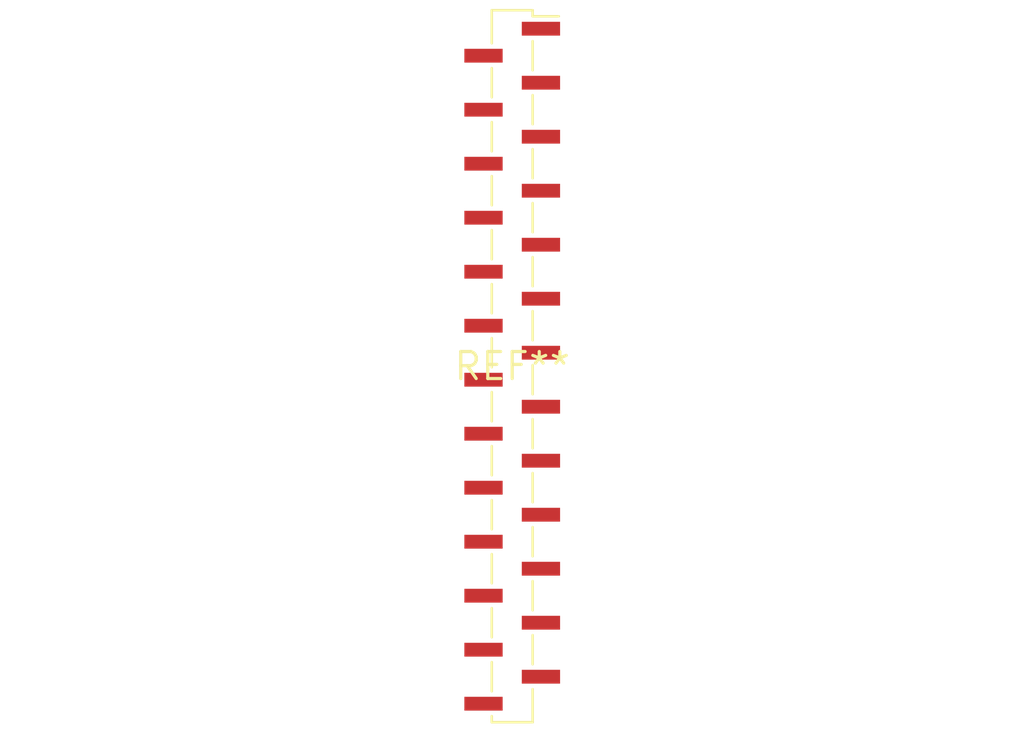
<source format=kicad_pcb>
(kicad_pcb (version 20240108) (generator pcbnew)
  (layers (0 "F.Cu" signal) (31 "B.Cu" signal) (34 "B.Paste" user) (35 "F.Paste" user) (36 "B.SilkS" user "B.Silkscreen") (37 "F.SilkS" user "F.Silkscreen") (38 "B.Mask" user) (39 "F.Mask" user) (44 "Edge.Cuts" user))
  (net 0 "")
  (footprint "PinSocket_1x26_P1.27mm_Vertical_SMD_Pin1Right" (layer "F.Cu") (at 0 0)
    (property "Reference" "REF**")
    (property "Value" "PinSocket_1x26_P1.27mm_Vertical_SMD_Pin1Right")
    (fp_line (start -0.96 -16.745) (end -0.96 -15.19) (layer "F.SilkS") (stroke (width 0.12)))
    (fp_line (start -0.96 -16.745) (end 0.96 -16.745) (layer "F.SilkS") (stroke (width 0.12)))
    (fp_line (start -0.96 -14.02) (end -0.96 -12.65) (layer "F.SilkS") (stroke (width 0.12)))
    (fp_line (start -0.96 -11.48) (end -0.96 -10.11) (layer "F.SilkS") (stroke (width 0.12)))
    (fp_line (start -0.96 -8.94) (end -0.96 -7.57) (layer "F.SilkS") (stroke (width 0.12)))
    (fp_line (start -0.96 -6.4) (end -0.96 -5.03) (layer "F.SilkS") (stroke (width 0.12)))
    (fp_line (start -0.96 -3.86) (end -0.96 -2.49) (layer "F.SilkS") (stroke (width 0.12)))
    (fp_line (start -0.96 -1.32) (end -0.96 0.05) (layer "F.SilkS") (stroke (width 0.12)))
    (fp_line (start -0.96 1.22) (end -0.96 2.59) (layer "F.SilkS") (stroke (width 0.12)))
    (fp_line (start -0.96 3.76) (end -0.96 5.13) (layer "F.SilkS") (stroke (width 0.12)))
    (fp_line (start -0.96 6.3) (end -0.96 7.67) (layer "F.SilkS") (stroke (width 0.12)))
    (fp_line (start -0.96 8.84) (end -0.96 10.21) (layer "F.SilkS") (stroke (width 0.12)))
    (fp_line (start -0.96 11.38) (end -0.96 12.75) (layer "F.SilkS") (stroke (width 0.12)))
    (fp_line (start -0.96 13.92) (end -0.96 15.29) (layer "F.SilkS") (stroke (width 0.12)))
    (fp_line (start -0.96 16.46) (end -0.96 16.745) (layer "F.SilkS") (stroke (width 0.12)))
    (fp_line (start -0.96 16.745) (end 0.96 16.745) (layer "F.SilkS") (stroke (width 0.12)))
    (fp_line (start 0.96 -16.745) (end 0.96 -16.46) (layer "F.SilkS") (stroke (width 0.12)))
    (fp_line (start 0.96 -16.46) (end 2.19 -16.46) (layer "F.SilkS") (stroke (width 0.12)))
    (fp_line (start 0.96 -15.29) (end 0.96 -13.92) (layer "F.SilkS") (stroke (width 0.12)))
    (fp_line (start 0.96 -12.75) (end 0.96 -11.38) (layer "F.SilkS") (stroke (width 0.12)))
    (fp_line (start 0.96 -10.21) (end 0.96 -8.84) (layer "F.SilkS") (stroke (width 0.12)))
    (fp_line (start 0.96 -7.67) (end 0.96 -6.3) (layer "F.SilkS") (stroke (width 0.12)))
    (fp_line (start 0.96 -5.13) (end 0.96 -3.76) (layer "F.SilkS") (stroke (width 0.12)))
    (fp_line (start 0.96 -2.59) (end 0.96 -1.22) (layer "F.SilkS") (stroke (width 0.12)))
    (fp_line (start 0.96 -0.05) (end 0.96 1.32) (layer "F.SilkS") (stroke (width 0.12)))
    (fp_line (start 0.96 2.49) (end 0.96 3.86) (layer "F.SilkS") (stroke (width 0.12)))
    (fp_line (start 0.96 5.03) (end 0.96 6.4) (layer "F.SilkS") (stroke (width 0.12)))
    (fp_line (start 0.96 7.57) (end 0.96 8.94) (layer "F.SilkS") (stroke (width 0.12)))
    (fp_line (start 0.96 10.11) (end 0.96 11.48) (layer "F.SilkS") (stroke (width 0.12)))
    (fp_line (start 0.96 12.65) (end 0.96 14.02) (layer "F.SilkS") (stroke (width 0.12)))
    (fp_line (start 0.96 15.19) (end 0.96 16.745) (layer "F.SilkS") (stroke (width 0.12)))
    (pad "1" smd rect (at 1.35 -15.875) (size 1.8 0.65) (layers "F.Cu" "F.Paste" "F.Mask"))
    (pad "2" smd rect (at -1.35 -14.605) (size 1.8 0.65) (layers "F.Cu" "F.Paste" "F.Mask"))
    (pad "3" smd rect (at 1.35 -13.335) (size 1.8 0.65) (layers "F.Cu" "F.Paste" "F.Mask"))
    (pad "4" smd rect (at -1.35 -12.065) (size 1.8 0.65) (layers "F.Cu" "F.Paste" "F.Mask"))
    (pad "5" smd rect (at 1.35 -10.795) (size 1.8 0.65) (layers "F.Cu" "F.Paste" "F.Mask"))
    (pad "6" smd rect (at -1.35 -9.525) (size 1.8 0.65) (layers "F.Cu" "F.Paste" "F.Mask"))
    (pad "7" smd rect (at 1.35 -8.255) (size 1.8 0.65) (layers "F.Cu" "F.Paste" "F.Mask"))
    (pad "8" smd rect (at -1.35 -6.985) (size 1.8 0.65) (layers "F.Cu" "F.Paste" "F.Mask"))
    (pad "9" smd rect (at 1.35 -5.715) (size 1.8 0.65) (layers "F.Cu" "F.Paste" "F.Mask"))
    (pad "10" smd rect (at -1.35 -4.445) (size 1.8 0.65) (layers "F.Cu" "F.Paste" "F.Mask"))
    (pad "11" smd rect (at 1.35 -3.175) (size 1.8 0.65) (layers "F.Cu" "F.Paste" "F.Mask"))
    (pad "12" smd rect (at -1.35 -1.905) (size 1.8 0.65) (layers "F.Cu" "F.Paste" "F.Mask"))
    (pad "13" smd rect (at 1.35 -0.635) (size 1.8 0.65) (layers "F.Cu" "F.Paste" "F.Mask"))
    (pad "14" smd rect (at -1.35 0.635) (size 1.8 0.65) (layers "F.Cu" "F.Paste" "F.Mask"))
    (pad "15" smd rect (at 1.35 1.905) (size 1.8 0.65) (layers "F.Cu" "F.Paste" "F.Mask"))
    (pad "16" smd rect (at -1.35 3.175) (size 1.8 0.65) (layers "F.Cu" "F.Paste" "F.Mask"))
    (pad "17" smd rect (at 1.35 4.445) (size 1.8 0.65) (layers "F.Cu" "F.Paste" "F.Mask"))
    (pad "18" smd rect (at -1.35 5.715) (size 1.8 0.65) (layers "F.Cu" "F.Paste" "F.Mask"))
    (pad "19" smd rect (at 1.35 6.985) (size 1.8 0.65) (layers "F.Cu" "F.Paste" "F.Mask"))
    (pad "20" smd rect (at -1.35 8.255) (size 1.8 0.65) (layers "F.Cu" "F.Paste" "F.Mask"))
    (pad "21" smd rect (at 1.35 9.525) (size 1.8 0.65) (layers "F.Cu" "F.Paste" "F.Mask"))
    (pad "22" smd rect (at -1.35 10.795) (size 1.8 0.65) (layers "F.Cu" "F.Paste" "F.Mask"))
    (pad "23" smd rect (at 1.35 12.065) (size 1.8 0.65) (layers "F.Cu" "F.Paste" "F.Mask"))
    (pad "24" smd rect (at -1.35 13.335) (size 1.8 0.65) (layers "F.Cu" "F.Paste" "F.Mask"))
    (pad "25" smd rect (at 1.35 14.605) (size 1.8 0.65) (layers "F.Cu" "F.Paste" "F.Mask"))
    (pad "26" smd rect (at -1.35 15.875) (size 1.8 0.65) (layers "F.Cu" "F.Paste" "F.Mask"))
  )
)
</source>
